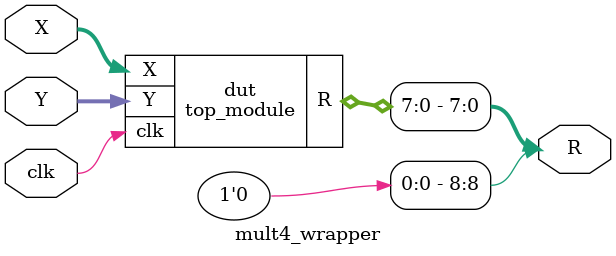
<source format=v>
/* Generated by Yosys 0.42+12 (git sha1 a55e8594b, clang++ 14.0.0-1ubuntu1.1 -fPIC -Os) */

(* top =  1  *)
(* src = "mult4_wrapper.v:3.1-19.10" *)
module mult4_wrapper(clk, X, Y, R);
  (* src = "mult4_wrapper.v:7.23-7.24" *)
  output [8:0] R;
  wire [8:0] R;
  (* src = "mult4_wrapper.v:5.23-5.24" *)
  input [3:0] X;
  wire [3:0] X;
  (* src = "mult4_wrapper.v:6.23-6.24" *)
  input [3:0] Y;
  wire [3:0] Y;
  (* src = "mult4_wrapper.v:4.24-4.27" *)
  input clk;
  wire clk;
  (* blackbox = 32'd1 *)
  (* module_not_derived = 32'd1 *)
  (* src = "mult4_wrapper.v:12.14-17.4" *)
  top_module dut (
    .R(R[7:0]),
    .X(X),
    .Y(Y),
    .clk(clk)
  );
  assign R[8] = 1'h0;
endmodule

module top_module(clk, X, Y, R);
  wire _000_;
  wire _001_;
  wire _002_;
  wire _003_;
  wire _004_;
  wire _005_;
  wire _006_;
  wire _007_;
  wire _008_;
  wire _009_;
  wire _010_;
  wire _011_;
  wire _012_;
  wire _013_;
  wire _014_;
  wire _015_;
  wire _016_;
  wire _017_;
  wire _018_;
  wire _019_;
  wire _020_;
  wire _021_;
  wire _022_;
  wire _023_;
  wire _024_;
  wire _025_;
  wire _026_;
  wire _027_;
  wire _028_;
  wire _029_;
  wire _030_;
  wire _031_;
  wire _032_;
  wire _033_;
  wire _034_;
  wire _035_;
  wire _036_;
  wire _037_;
  wire _038_;
  wire _039_;
  wire _040_;
  wire _041_;
  wire _042_;
  wire _043_;
  wire _044_;
  wire _045_;
  wire _046_;
  wire _047_;
  wire _048_;
  wire _049_;
  wire _050_;
  wire _051_;
  wire _052_;
  wire _053_;
  wire _054_;
  wire _055_;
  wire _056_;
  wire _057_;
  wire _058_;
  wire _059_;
  wire _060_;
  wire _061_;
  wire _062_;
  wire _063_;
  wire _064_;
  wire _065_;
  wire _066_;
  wire _067_;
  wire _068_;
  wire _069_;
  wire _070_;
  wire _071_;
  wire _072_;
  wire _073_;
  wire _074_;
  wire _075_;
  wire _076_;
  wire _077_;
  output [7:0] R;
  wire [7:0] R;
  input [3:0] X;
  wire [3:0] X;
  input [3:0] Y;
  wire [3:0] Y;
  input clk;
  wire clk;
  wire [7:0] rr;
  wire [3:0] xx;
  wire [3:0] yy;
  assign R[0] = Y[0] & X[0];
  assign _001_ = ~(Y[0] & X[1]);
  assign _002_ = ~(Y[1] & X[0]);
  assign R[1] = _002_ ^ _001_;
  assign _003_ = ~(Y[0] & X[2]);
  assign _004_ = ~(Y[1] & X[1]);
  assign _005_ = _004_ ^ _003_;
  assign _006_ = ~(Y[2] & X[0]);
  assign _007_ = _006_ ^ _005_;
  assign _008_ = _002_ | _001_;
  assign R[2] = _008_ ^ _007_;
  assign _009_ = Y[0] & X[3];
  assign _010_ = _009_ ^ Y[3];
  assign _011_ = ~(Y[1] & X[2]);
  assign _012_ = _011_ ^ _010_;
  assign _013_ = _004_ | _003_;
  assign _014_ = _005_ & ~(_006_);
  assign _015_ = _013_ & ~(_014_);
  assign _016_ = _015_ ^ _012_;
  assign _017_ = Y[2] & X[1];
  assign _018_ = ~_017_;
  assign _019_ = _018_ ^ _016_;
  assign _020_ = _008_ | _007_;
  assign _021_ = _020_ ^ _019_;
  assign _022_ = Y[3] & ~(X[0]);
  assign R[3] = _022_ ^ _021_;
  assign _023_ = Y[1] & X[3];
  assign _024_ = ~(_023_ ^ _009_);
  assign _025_ = Y[2] & X[3];
  assign _026_ = _025_ ^ _024_;
  assign _027_ = ~(_023_ & _009_);
  assign _028_ = Y[2] & X[2];
  assign _029_ = _028_ & ~(_024_);
  assign _030_ = _027_ & ~(_029_);
  assign _031_ = _030_ ^ _026_;
  assign _032_ = Y[3] & ~(X[2]);
  assign _033_ = _032_ ^ _031_;
  assign _034_ = ~(_028_ ^ _024_);
  assign _035_ = ~(_009_ & Y[3]);
  assign _036_ = _010_ & ~(_011_);
  assign _037_ = _035_ & ~(_036_);
  assign _038_ = _037_ | ~(_034_);
  assign _039_ = Y[3] & ~(X[1]);
  assign _040_ = _037_ ^ _034_;
  assign _041_ = _039_ & ~(_040_);
  assign _042_ = _038_ & ~(_041_);
  assign _043_ = _042_ ^ _033_;
  assign _044_ = _040_ ^ _039_;
  assign _045_ = _015_ | _012_;
  assign _046_ = _016_ & ~(_018_);
  assign _047_ = _045_ & ~(_046_);
  assign _048_ = _047_ | _044_;
  assign _049_ = _048_ ^ _043_;
  assign _050_ = ~(_047_ ^ _044_);
  assign _051_ = _020_ | _019_;
  assign _052_ = _022_ & _021_;
  assign _053_ = _051_ & ~(_052_);
  assign _054_ = _053_ | _050_;
  assign R[5] = ~(_054_ ^ _049_);
  assign _055_ = _025_ & ~(_024_);
  assign _056_ = _027_ & ~(_055_);
  assign _057_ = ~(_056_ ^ _026_);
  assign _058_ = Y[3] & ~(X[3]);
  assign _059_ = _058_ ^ _057_;
  assign _060_ = ~_059_;
  assign _061_ = _030_ | _026_;
  assign _062_ = _032_ & _031_;
  assign _063_ = _061_ & ~(_062_);
  assign _064_ = _063_ ^ _060_;
  assign _065_ = _042_ | ~(_033_);
  assign _066_ = _065_ ^ _064_;
  assign _067_ = _048_ | _043_;
  assign _068_ = _049_ & ~(_054_);
  assign _069_ = _067_ & ~(_068_);
  assign R[6] = ~(_069_ ^ _066_);
  assign _070_ = _056_ | _026_;
  assign _071_ = _058_ & ~(_057_);
  assign _072_ = _070_ & ~(_071_);
  assign _073_ = _072_ ^ _060_;
  assign _074_ = _060_ & ~(_063_);
  assign _075_ = _074_ ^ _073_;
  assign _076_ = _065_ | _064_;
  assign _077_ = _066_ & ~(_069_);
  assign _000_ = _076_ & ~(_077_);
  assign R[7] = _000_ ^ _075_;
  assign R[4] = _053_ ^ _050_;
  assign rr = R;
  assign xx = X;
  assign yy = Y;
endmodule

</source>
